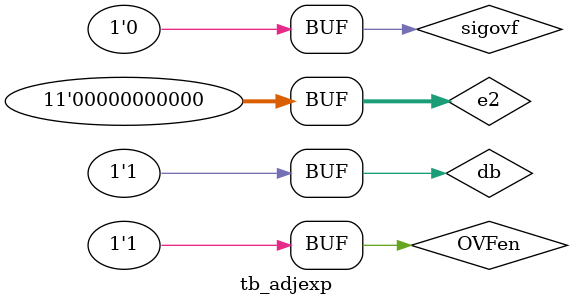
<source format=sv>
module tb_adjexp;

    reg [10:0] e2;
    reg db;
    reg sigovf;
    reg OVFen;
    wire [10:0] e3;
    wire OVF;

    adjexp uut (
        .e2(e2),
        .db(db),
        .sigovf(sigovf),
        .OVFen(OVFen),
        .e3(e3),
        .OVF(OVF)
    );

    initial begin
        e2 = 11'b00000000001;
        db = 0;
        sigovf = 0;
        OVFen = 0;
        #10;

        e2 = 11'b11111111111;
        db = 1;
        sigovf = 1;
        OVFen = 1;
        #10;

        e2 = 11'b01010101010;
        db = 0;
        sigovf = 1;
        OVFen = 0;
        #10;

        e2 = 11'b00000000000;
        db = 1;
        sigovf = 0;
        OVFen = 1;
        #10;

    end
endmodule


</source>
